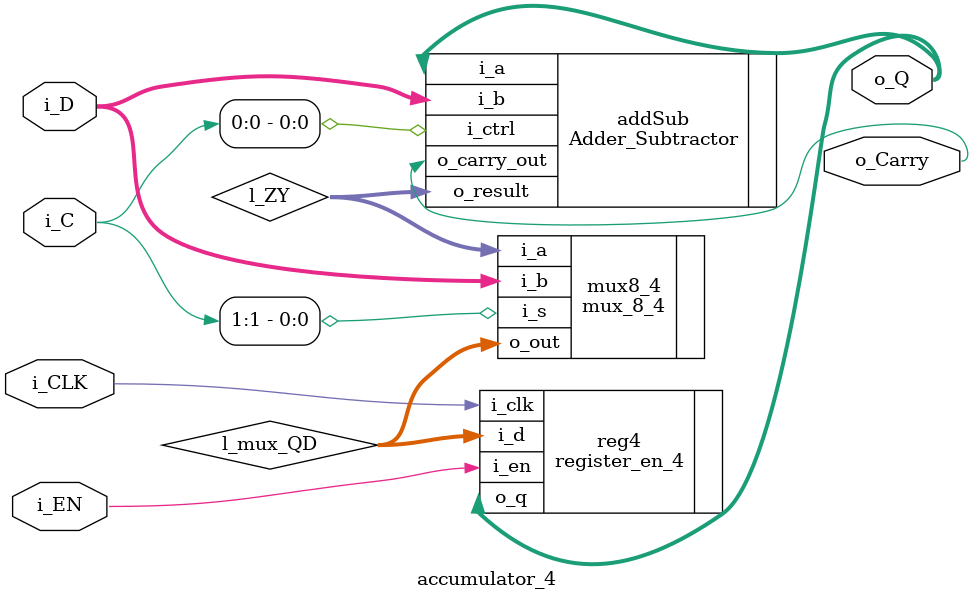
<source format=sv>
module accumulator_4( input logic i_CLK,
                      input logic i_EN,
                      input logic [1:0] i_C, //i_C[1] ist c1, i_C[0] ist c0
                      input logic [3:0] i_D,
                      output logic o_Carry,
                      output logic [3:0] o_Q );
    logic [3:0] l_ZY,
                l_mux_QD;

    mux_8_4 mux8_4 (.i_a(l_ZY), .i_b(i_D), .i_s(i_C[1]), .o_out(l_mux_QD)); //mit c1
                  
    register_en_4 reg4 (.i_clk(i_CLK), .i_en(i_EN), .i_d(l_mux_QD), .o_q(o_Q));

    Adder_Subtractor addSub (.i_a(o_Q), .i_b(i_D), .i_ctrl(i_C[0]), .o_result(l_ZY), .o_carry_out(o_Carry)); //mit c0

endmodule
</source>
